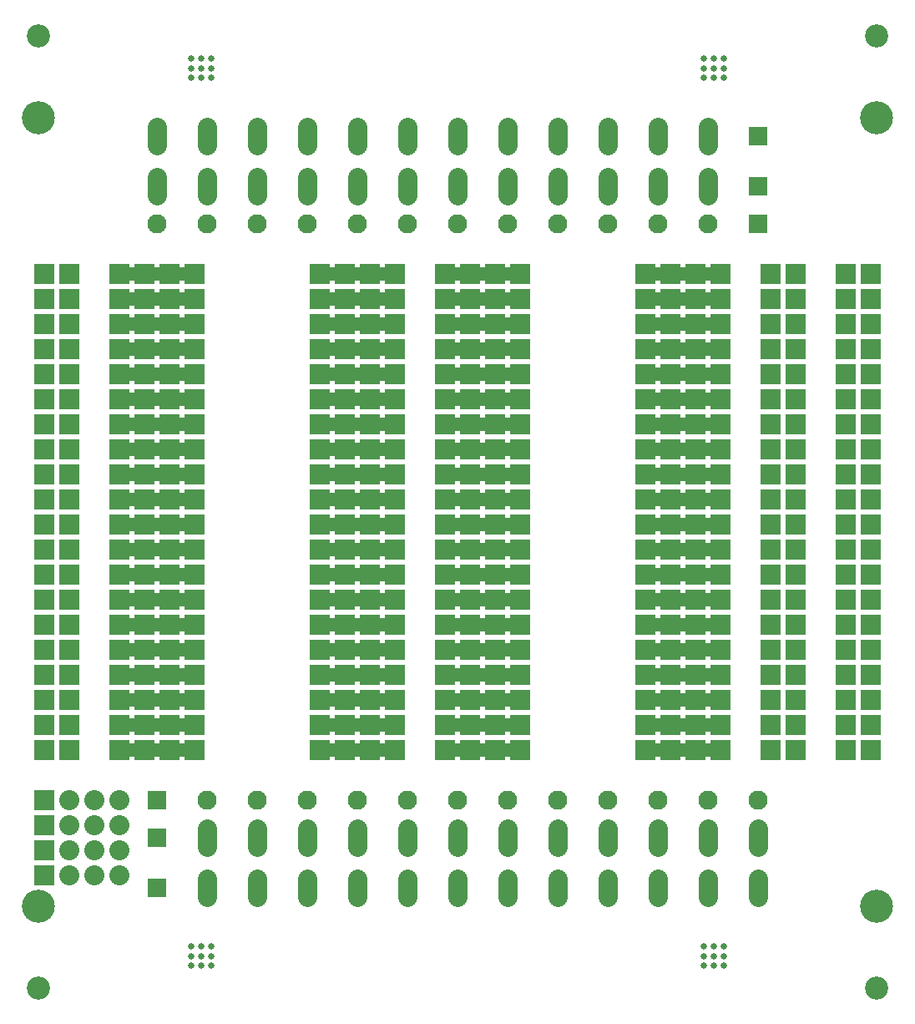
<source format=gbs>
G75*
%MOIN*%
%OFA0B0*%
%FSLAX25Y25*%
%IPPOS*%
%LPD*%
%AMOC8*
5,1,8,0,0,1.08239X$1,22.5*
%
%ADD10C,0.13198*%
%ADD11C,0.02569*%
%ADD12C,0.09261*%
%ADD13R,0.08000X0.08000*%
%ADD14C,0.07687*%
%ADD15R,0.07687X0.07687*%
%ADD16C,0.08000*%
%ADD17C,0.07687*%
%ADD18R,0.35600X0.05600*%
D10*
X0015802Y0041170D03*
X0015802Y0356131D03*
X0350447Y0356131D03*
X0350447Y0041170D03*
D11*
X0289424Y0025422D03*
X0289424Y0021485D03*
X0289424Y0017548D03*
X0285487Y0017548D03*
X0285487Y0021485D03*
X0285487Y0025422D03*
X0281550Y0025422D03*
X0281550Y0021485D03*
X0281550Y0017548D03*
X0084699Y0017548D03*
X0080762Y0017548D03*
X0080762Y0021485D03*
X0080762Y0025422D03*
X0084699Y0025422D03*
X0084699Y0021485D03*
X0076825Y0021485D03*
X0076825Y0017548D03*
X0076825Y0025422D03*
X0076825Y0371879D03*
X0076825Y0375816D03*
X0076825Y0379753D03*
X0080762Y0379753D03*
X0080762Y0375816D03*
X0080762Y0371879D03*
X0084699Y0371879D03*
X0084699Y0375816D03*
X0084699Y0379753D03*
X0281550Y0379753D03*
X0285487Y0379753D03*
X0285487Y0375816D03*
X0285487Y0371879D03*
X0281550Y0371879D03*
X0281550Y0375816D03*
X0289424Y0375816D03*
X0289424Y0379753D03*
X0289424Y0371879D03*
D12*
X0015802Y0008690D03*
X0350447Y0008690D03*
X0350447Y0388611D03*
X0015802Y0388611D03*
D13*
X0018125Y0293650D03*
X0018125Y0283650D03*
X0028125Y0283650D03*
X0028125Y0293650D03*
X0028125Y0273650D03*
X0028125Y0263650D03*
X0028125Y0253650D03*
X0028125Y0243650D03*
X0028125Y0233650D03*
X0028125Y0223650D03*
X0028125Y0213650D03*
X0028125Y0203650D03*
X0028125Y0193650D03*
X0028125Y0183650D03*
X0028125Y0173650D03*
X0028125Y0163650D03*
X0028125Y0153650D03*
X0028125Y0143650D03*
X0028125Y0133650D03*
X0028125Y0123650D03*
X0028125Y0113650D03*
X0028125Y0103650D03*
X0018125Y0103650D03*
X0018125Y0113650D03*
X0018125Y0123650D03*
X0018125Y0133650D03*
X0018125Y0143650D03*
X0018125Y0153650D03*
X0018125Y0163650D03*
X0018125Y0173650D03*
X0018125Y0183650D03*
X0018125Y0193650D03*
X0018125Y0203650D03*
X0018125Y0213650D03*
X0018125Y0223650D03*
X0018125Y0233650D03*
X0018125Y0243650D03*
X0018125Y0253650D03*
X0018125Y0263650D03*
X0018125Y0273650D03*
X0048125Y0273650D03*
X0058125Y0273650D03*
X0058125Y0263650D03*
X0048125Y0263650D03*
X0048125Y0253650D03*
X0058125Y0253650D03*
X0058125Y0243650D03*
X0048125Y0243650D03*
X0048125Y0233650D03*
X0058125Y0233650D03*
X0058125Y0223650D03*
X0048125Y0223650D03*
X0048125Y0213650D03*
X0058125Y0213650D03*
X0058125Y0203650D03*
X0048125Y0203650D03*
X0048125Y0193650D03*
X0058125Y0193650D03*
X0058125Y0183650D03*
X0048125Y0183650D03*
X0048125Y0173650D03*
X0058125Y0173650D03*
X0058125Y0163650D03*
X0048125Y0163650D03*
X0048125Y0153650D03*
X0058125Y0153650D03*
X0058125Y0143650D03*
X0048125Y0143650D03*
X0048125Y0133650D03*
X0058125Y0133650D03*
X0058125Y0123650D03*
X0048125Y0123650D03*
X0048125Y0113650D03*
X0058125Y0113650D03*
X0058125Y0103650D03*
X0048125Y0103650D03*
X0068125Y0103650D03*
X0068125Y0113650D03*
X0078125Y0113650D03*
X0078125Y0103650D03*
X0078125Y0123650D03*
X0078125Y0133650D03*
X0078125Y0143650D03*
X0078125Y0153650D03*
X0078125Y0163650D03*
X0078125Y0173650D03*
X0078125Y0183650D03*
X0078125Y0193650D03*
X0078125Y0203650D03*
X0078125Y0213650D03*
X0078125Y0223650D03*
X0078125Y0233650D03*
X0078125Y0243650D03*
X0078125Y0253650D03*
X0078125Y0263650D03*
X0078125Y0273650D03*
X0078125Y0283650D03*
X0078125Y0293650D03*
X0068125Y0293650D03*
X0068125Y0283650D03*
X0068125Y0273650D03*
X0068125Y0263650D03*
X0068125Y0253650D03*
X0068125Y0243650D03*
X0068125Y0233650D03*
X0068125Y0223650D03*
X0068125Y0213650D03*
X0068125Y0203650D03*
X0068125Y0193650D03*
X0068125Y0183650D03*
X0068125Y0173650D03*
X0068125Y0163650D03*
X0068125Y0153650D03*
X0068125Y0143650D03*
X0068125Y0133650D03*
X0068125Y0123650D03*
X0018125Y0083650D03*
X0018125Y0073650D03*
X0018125Y0063650D03*
X0018125Y0053650D03*
X0128125Y0103650D03*
X0128125Y0113650D03*
X0138125Y0113650D03*
X0138125Y0103650D03*
X0148125Y0103650D03*
X0148125Y0113650D03*
X0158125Y0113650D03*
X0158125Y0103650D03*
X0178125Y0103650D03*
X0178125Y0113650D03*
X0188125Y0113650D03*
X0188125Y0103650D03*
X0198125Y0103650D03*
X0208125Y0103650D03*
X0208125Y0113650D03*
X0198125Y0113650D03*
X0198125Y0123650D03*
X0208125Y0123650D03*
X0208125Y0133650D03*
X0198125Y0133650D03*
X0198125Y0143650D03*
X0208125Y0143650D03*
X0208125Y0153650D03*
X0198125Y0153650D03*
X0198125Y0163650D03*
X0208125Y0163650D03*
X0208125Y0173650D03*
X0198125Y0173650D03*
X0198125Y0183650D03*
X0208125Y0183650D03*
X0208125Y0193650D03*
X0198125Y0193650D03*
X0198125Y0203650D03*
X0208125Y0203650D03*
X0208125Y0213650D03*
X0198125Y0213650D03*
X0198125Y0223650D03*
X0208125Y0223650D03*
X0208125Y0233650D03*
X0198125Y0233650D03*
X0198125Y0243650D03*
X0208125Y0243650D03*
X0208125Y0253650D03*
X0198125Y0253650D03*
X0198125Y0263650D03*
X0208125Y0263650D03*
X0208125Y0273650D03*
X0198125Y0273650D03*
X0198125Y0283650D03*
X0208125Y0283650D03*
X0208125Y0293650D03*
X0198125Y0293650D03*
X0188125Y0293650D03*
X0188125Y0283650D03*
X0188125Y0273650D03*
X0188125Y0263650D03*
X0188125Y0253650D03*
X0188125Y0243650D03*
X0188125Y0233650D03*
X0188125Y0223650D03*
X0188125Y0213650D03*
X0188125Y0203650D03*
X0188125Y0193650D03*
X0188125Y0183650D03*
X0188125Y0173650D03*
X0188125Y0163650D03*
X0188125Y0153650D03*
X0188125Y0143650D03*
X0188125Y0133650D03*
X0188125Y0123650D03*
X0178125Y0123650D03*
X0178125Y0133650D03*
X0178125Y0143650D03*
X0178125Y0153650D03*
X0178125Y0163650D03*
X0178125Y0173650D03*
X0178125Y0183650D03*
X0178125Y0193650D03*
X0178125Y0203650D03*
X0178125Y0213650D03*
X0178125Y0223650D03*
X0178125Y0233650D03*
X0178125Y0243650D03*
X0178125Y0253650D03*
X0178125Y0263650D03*
X0178125Y0273650D03*
X0178125Y0283650D03*
X0178125Y0293650D03*
X0158125Y0293650D03*
X0158125Y0283650D03*
X0158125Y0273650D03*
X0158125Y0263650D03*
X0158125Y0253650D03*
X0158125Y0243650D03*
X0158125Y0233650D03*
X0158125Y0223650D03*
X0158125Y0213650D03*
X0158125Y0203650D03*
X0158125Y0193650D03*
X0158125Y0183650D03*
X0158125Y0173650D03*
X0158125Y0163650D03*
X0158125Y0153650D03*
X0158125Y0143650D03*
X0158125Y0133650D03*
X0158125Y0123650D03*
X0148125Y0123650D03*
X0148125Y0133650D03*
X0148125Y0143650D03*
X0148125Y0153650D03*
X0148125Y0163650D03*
X0148125Y0173650D03*
X0148125Y0183650D03*
X0148125Y0193650D03*
X0148125Y0203650D03*
X0148125Y0213650D03*
X0148125Y0223650D03*
X0148125Y0233650D03*
X0148125Y0243650D03*
X0148125Y0253650D03*
X0148125Y0263650D03*
X0148125Y0273650D03*
X0148125Y0283650D03*
X0148125Y0293650D03*
X0138125Y0293650D03*
X0138125Y0283650D03*
X0138125Y0273650D03*
X0138125Y0263650D03*
X0138125Y0253650D03*
X0138125Y0243650D03*
X0138125Y0233650D03*
X0138125Y0223650D03*
X0138125Y0213650D03*
X0138125Y0203650D03*
X0138125Y0193650D03*
X0138125Y0183650D03*
X0138125Y0173650D03*
X0138125Y0163650D03*
X0138125Y0153650D03*
X0138125Y0143650D03*
X0138125Y0133650D03*
X0138125Y0123650D03*
X0128125Y0123650D03*
X0128125Y0133650D03*
X0128125Y0143650D03*
X0128125Y0153650D03*
X0128125Y0163650D03*
X0128125Y0173650D03*
X0128125Y0183650D03*
X0128125Y0193650D03*
X0128125Y0203650D03*
X0128125Y0213650D03*
X0128125Y0223650D03*
X0128125Y0233650D03*
X0128125Y0243650D03*
X0128125Y0253650D03*
X0128125Y0263650D03*
X0128125Y0273650D03*
X0128125Y0283650D03*
X0128125Y0293650D03*
X0058125Y0293650D03*
X0058125Y0283650D03*
X0048125Y0283650D03*
X0048125Y0293650D03*
X0258125Y0293650D03*
X0258125Y0283650D03*
X0268125Y0283650D03*
X0278125Y0283650D03*
X0278125Y0293650D03*
X0268125Y0293650D03*
X0288125Y0293650D03*
X0288125Y0283650D03*
X0288125Y0273650D03*
X0288125Y0263650D03*
X0288125Y0253650D03*
X0288125Y0243650D03*
X0288125Y0233650D03*
X0288125Y0223650D03*
X0288125Y0213650D03*
X0288125Y0203650D03*
X0288125Y0193650D03*
X0288125Y0183650D03*
X0288125Y0173650D03*
X0288125Y0163650D03*
X0288125Y0153650D03*
X0288125Y0143650D03*
X0288125Y0133650D03*
X0288125Y0123650D03*
X0288125Y0113650D03*
X0288125Y0103650D03*
X0278125Y0103650D03*
X0278125Y0113650D03*
X0268125Y0113650D03*
X0268125Y0103650D03*
X0258125Y0103650D03*
X0258125Y0113650D03*
X0258125Y0123650D03*
X0258125Y0133650D03*
X0268125Y0133650D03*
X0278125Y0133650D03*
X0278125Y0123650D03*
X0268125Y0123650D03*
X0268125Y0143650D03*
X0278125Y0143650D03*
X0278125Y0153650D03*
X0268125Y0153650D03*
X0268125Y0163650D03*
X0278125Y0163650D03*
X0278125Y0173650D03*
X0268125Y0173650D03*
X0268125Y0183650D03*
X0278125Y0183650D03*
X0278125Y0193650D03*
X0268125Y0193650D03*
X0268125Y0203650D03*
X0278125Y0203650D03*
X0278125Y0213650D03*
X0268125Y0213650D03*
X0268125Y0223650D03*
X0278125Y0223650D03*
X0278125Y0233650D03*
X0268125Y0233650D03*
X0268125Y0243650D03*
X0278125Y0243650D03*
X0278125Y0253650D03*
X0268125Y0253650D03*
X0268125Y0263650D03*
X0278125Y0263650D03*
X0278125Y0273650D03*
X0268125Y0273650D03*
X0258125Y0273650D03*
X0258125Y0263650D03*
X0258125Y0253650D03*
X0258125Y0243650D03*
X0258125Y0233650D03*
X0258125Y0223650D03*
X0258125Y0213650D03*
X0258125Y0203650D03*
X0258125Y0193650D03*
X0258125Y0183650D03*
X0258125Y0173650D03*
X0258125Y0163650D03*
X0258125Y0153650D03*
X0258125Y0143650D03*
X0308125Y0143650D03*
X0318125Y0143650D03*
X0318125Y0153650D03*
X0308125Y0153650D03*
X0308125Y0163650D03*
X0318125Y0163650D03*
X0318125Y0173650D03*
X0308125Y0173650D03*
X0308125Y0183650D03*
X0318125Y0183650D03*
X0318125Y0193650D03*
X0308125Y0193650D03*
X0308125Y0203650D03*
X0318125Y0203650D03*
X0318125Y0213650D03*
X0308125Y0213650D03*
X0308125Y0223650D03*
X0318125Y0223650D03*
X0318125Y0233650D03*
X0308125Y0233650D03*
X0308125Y0243650D03*
X0318125Y0243650D03*
X0318125Y0253650D03*
X0308125Y0253650D03*
X0308125Y0263650D03*
X0318125Y0263650D03*
X0318125Y0273650D03*
X0308125Y0273650D03*
X0308125Y0283650D03*
X0318125Y0283650D03*
X0318125Y0293650D03*
X0308125Y0293650D03*
X0338125Y0293650D03*
X0338125Y0283650D03*
X0348125Y0283650D03*
X0348125Y0293650D03*
X0348125Y0273650D03*
X0348125Y0263650D03*
X0348125Y0253650D03*
X0348125Y0243650D03*
X0348125Y0233650D03*
X0348125Y0223650D03*
X0348125Y0213650D03*
X0348125Y0203650D03*
X0348125Y0193650D03*
X0348125Y0183650D03*
X0348125Y0173650D03*
X0348125Y0163650D03*
X0348125Y0153650D03*
X0348125Y0143650D03*
X0348125Y0133650D03*
X0348125Y0123650D03*
X0348125Y0113650D03*
X0348125Y0103650D03*
X0338125Y0103650D03*
X0338125Y0113650D03*
X0338125Y0123650D03*
X0338125Y0133650D03*
X0338125Y0143650D03*
X0338125Y0153650D03*
X0338125Y0163650D03*
X0338125Y0173650D03*
X0338125Y0183650D03*
X0338125Y0193650D03*
X0338125Y0203650D03*
X0338125Y0213650D03*
X0338125Y0223650D03*
X0338125Y0233650D03*
X0338125Y0243650D03*
X0338125Y0253650D03*
X0338125Y0263650D03*
X0338125Y0273650D03*
X0318125Y0133650D03*
X0318125Y0123650D03*
X0308125Y0123650D03*
X0308125Y0133650D03*
X0308125Y0113650D03*
X0318125Y0113650D03*
X0318125Y0103650D03*
X0308125Y0103650D03*
D14*
X0303125Y0083650D03*
X0283125Y0083650D03*
X0263125Y0083650D03*
X0243125Y0083650D03*
X0223125Y0083650D03*
X0203125Y0083650D03*
X0183125Y0083650D03*
X0163125Y0083650D03*
X0143125Y0083650D03*
X0123125Y0083650D03*
X0103125Y0083650D03*
X0083125Y0083650D03*
X0083125Y0313650D03*
X0063125Y0313650D03*
X0103125Y0313650D03*
X0123125Y0313650D03*
X0143125Y0313650D03*
X0163125Y0313650D03*
X0183125Y0313650D03*
X0203125Y0313650D03*
X0223125Y0313650D03*
X0243125Y0313650D03*
X0263125Y0313650D03*
X0283125Y0313650D03*
D15*
X0303125Y0313650D03*
X0303125Y0328650D03*
X0303125Y0348650D03*
X0063125Y0083650D03*
X0063125Y0068650D03*
X0063125Y0048650D03*
D16*
X0048125Y0053650D03*
X0048125Y0063650D03*
X0048125Y0073650D03*
X0048125Y0083650D03*
X0038125Y0083650D03*
X0038125Y0073650D03*
X0038125Y0063650D03*
X0038125Y0053650D03*
X0028125Y0053650D03*
X0028125Y0063650D03*
X0028125Y0073650D03*
X0028125Y0083650D03*
D17*
X0083125Y0072194D02*
X0083125Y0065107D01*
X0083125Y0052194D02*
X0083125Y0045107D01*
X0103125Y0045107D02*
X0103125Y0052194D01*
X0103125Y0065107D02*
X0103125Y0072194D01*
X0123125Y0072194D02*
X0123125Y0065107D01*
X0123125Y0052194D02*
X0123125Y0045107D01*
X0143125Y0045107D02*
X0143125Y0052194D01*
X0143125Y0065107D02*
X0143125Y0072194D01*
X0163125Y0072194D02*
X0163125Y0065107D01*
X0163125Y0052194D02*
X0163125Y0045107D01*
X0183125Y0045107D02*
X0183125Y0052194D01*
X0183125Y0065107D02*
X0183125Y0072194D01*
X0203125Y0072194D02*
X0203125Y0065107D01*
X0203125Y0052194D02*
X0203125Y0045107D01*
X0223125Y0045107D02*
X0223125Y0052194D01*
X0223125Y0065107D02*
X0223125Y0072194D01*
X0243125Y0072194D02*
X0243125Y0065107D01*
X0243125Y0052194D02*
X0243125Y0045107D01*
X0263125Y0045107D02*
X0263125Y0052194D01*
X0263125Y0065107D02*
X0263125Y0072194D01*
X0283125Y0072194D02*
X0283125Y0065107D01*
X0283125Y0052194D02*
X0283125Y0045107D01*
X0303125Y0045107D02*
X0303125Y0052194D01*
X0303125Y0065107D02*
X0303125Y0072194D01*
X0283125Y0325107D02*
X0283125Y0332194D01*
X0283125Y0345107D02*
X0283125Y0352194D01*
X0263125Y0352194D02*
X0263125Y0345107D01*
X0263125Y0332194D02*
X0263125Y0325107D01*
X0243125Y0325107D02*
X0243125Y0332194D01*
X0243125Y0345107D02*
X0243125Y0352194D01*
X0223125Y0352194D02*
X0223125Y0345107D01*
X0223125Y0332194D02*
X0223125Y0325107D01*
X0203125Y0325107D02*
X0203125Y0332194D01*
X0203125Y0345107D02*
X0203125Y0352194D01*
X0183125Y0352194D02*
X0183125Y0345107D01*
X0183125Y0332194D02*
X0183125Y0325107D01*
X0163125Y0325107D02*
X0163125Y0332194D01*
X0163125Y0345107D02*
X0163125Y0352194D01*
X0143125Y0352194D02*
X0143125Y0345107D01*
X0143125Y0332194D02*
X0143125Y0325107D01*
X0123125Y0325107D02*
X0123125Y0332194D01*
X0123125Y0345107D02*
X0123125Y0352194D01*
X0103125Y0352194D02*
X0103125Y0345107D01*
X0103125Y0332194D02*
X0103125Y0325107D01*
X0083125Y0325107D02*
X0083125Y0332194D01*
X0083125Y0345107D02*
X0083125Y0352194D01*
X0063125Y0352194D02*
X0063125Y0345107D01*
X0063125Y0332194D02*
X0063125Y0325107D01*
D18*
X0063125Y0293650D03*
X0063125Y0283650D03*
X0063125Y0273650D03*
X0063125Y0263650D03*
X0063125Y0253650D03*
X0063125Y0243650D03*
X0063125Y0233650D03*
X0063125Y0223650D03*
X0063125Y0213650D03*
X0063125Y0203650D03*
X0063125Y0193650D03*
X0063125Y0183650D03*
X0063125Y0173650D03*
X0063125Y0163650D03*
X0063125Y0153650D03*
X0063125Y0143650D03*
X0063125Y0133650D03*
X0063125Y0123650D03*
X0063125Y0113650D03*
X0063125Y0103650D03*
X0143125Y0103650D03*
X0143125Y0113650D03*
X0143125Y0123650D03*
X0143125Y0133650D03*
X0143125Y0143650D03*
X0143125Y0153650D03*
X0143125Y0163650D03*
X0143125Y0173650D03*
X0143125Y0183650D03*
X0143125Y0193650D03*
X0143125Y0203650D03*
X0143125Y0213650D03*
X0143125Y0223650D03*
X0143125Y0233650D03*
X0143125Y0243650D03*
X0143125Y0253650D03*
X0143125Y0263650D03*
X0143125Y0273650D03*
X0143125Y0283650D03*
X0143125Y0293650D03*
X0193125Y0293650D03*
X0193125Y0283650D03*
X0193125Y0273650D03*
X0193125Y0263650D03*
X0193125Y0253650D03*
X0193125Y0243650D03*
X0193125Y0233650D03*
X0193125Y0223650D03*
X0193125Y0213650D03*
X0193125Y0203650D03*
X0193125Y0193650D03*
X0193125Y0183650D03*
X0193125Y0173650D03*
X0193125Y0163650D03*
X0193125Y0153650D03*
X0193125Y0143650D03*
X0193125Y0133650D03*
X0193125Y0123650D03*
X0193125Y0113650D03*
X0193125Y0103650D03*
X0273125Y0103650D03*
X0273125Y0113650D03*
X0273125Y0123650D03*
X0273125Y0133650D03*
X0273125Y0143650D03*
X0273125Y0153650D03*
X0273125Y0163650D03*
X0273125Y0173650D03*
X0273125Y0183650D03*
X0273125Y0193650D03*
X0273125Y0203650D03*
X0273125Y0213650D03*
X0273125Y0223650D03*
X0273125Y0233650D03*
X0273125Y0243650D03*
X0273125Y0253650D03*
X0273125Y0263650D03*
X0273125Y0273650D03*
X0273125Y0283650D03*
X0273125Y0293650D03*
M02*

</source>
